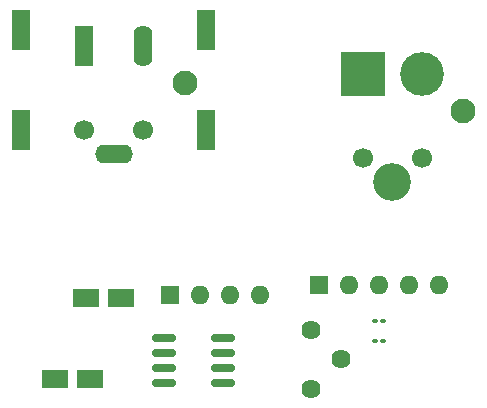
<source format=gbr>
%TF.GenerationSoftware,KiCad,Pcbnew,9.0.0*%
%TF.CreationDate,2025-03-20T16:07:02+05:30*%
%TF.ProjectId,demo-2,64656d6f-2d32-42e6-9b69-6361645f7063,rev?*%
%TF.SameCoordinates,Original*%
%TF.FileFunction,Soldermask,Top*%
%TF.FilePolarity,Negative*%
%FSLAX46Y46*%
G04 Gerber Fmt 4.6, Leading zero omitted, Abs format (unit mm)*
G04 Created by KiCad (PCBNEW 9.0.0) date 2025-03-20 16:07:02*
%MOMM*%
%LPD*%
G01*
G04 APERTURE LIST*
G04 Aperture macros list*
%AMRoundRect*
0 Rectangle with rounded corners*
0 $1 Rounding radius*
0 $2 $3 $4 $5 $6 $7 $8 $9 X,Y pos of 4 corners*
0 Add a 4 corners polygon primitive as box body*
4,1,4,$2,$3,$4,$5,$6,$7,$8,$9,$2,$3,0*
0 Add four circle primitives for the rounded corners*
1,1,$1+$1,$2,$3*
1,1,$1+$1,$4,$5*
1,1,$1+$1,$6,$7*
1,1,$1+$1,$8,$9*
0 Add four rect primitives between the rounded corners*
20,1,$1+$1,$2,$3,$4,$5,0*
20,1,$1+$1,$4,$5,$6,$7,0*
20,1,$1+$1,$6,$7,$8,$9,0*
20,1,$1+$1,$8,$9,$2,$3,0*%
G04 Aperture macros list end*
%ADD10R,2.200000X1.600000*%
%ADD11C,1.700000*%
%ADD12R,1.600000X3.500000*%
%ADD13O,1.600000X3.500000*%
%ADD14C,2.100000*%
%ADD15O,3.200000X1.600000*%
%ADD16RoundRect,0.100000X-0.130000X-0.100000X0.130000X-0.100000X0.130000X0.100000X-0.130000X0.100000X0*%
%ADD17R,3.700000X3.700000*%
%ADD18C,3.700000*%
%ADD19C,3.200000*%
%ADD20RoundRect,0.150000X-0.825000X-0.150000X0.825000X-0.150000X0.825000X0.150000X-0.825000X0.150000X0*%
%ADD21C,1.620000*%
%ADD22R,1.600000X1.600000*%
%ADD23O,1.600000X1.600000*%
G04 APERTURE END LIST*
D10*
%TO.C,C1*%
X124640000Y-89120000D03*
X127640000Y-89120000D03*
%TD*%
D11*
%TO.C,J2*%
X124500000Y-74937500D03*
X129500000Y-74937500D03*
D12*
X124500000Y-67787500D03*
D13*
X129500000Y-67787500D03*
D14*
X133000000Y-70937500D03*
D15*
X127000000Y-76937500D03*
D12*
X119150000Y-66437500D03*
X119150000Y-74937500D03*
X134850000Y-66437500D03*
X134850000Y-74937500D03*
%TD*%
D16*
%TO.C,D2*%
X149155000Y-91050000D03*
X149795000Y-91050000D03*
%TD*%
D11*
%TO.C,J1*%
X148090000Y-77300000D03*
X153090000Y-77300000D03*
D17*
X148090000Y-70150000D03*
D18*
X153090000Y-70150000D03*
D14*
X156590000Y-73300000D03*
D19*
X150590000Y-79300000D03*
%TD*%
D20*
%TO.C,U1*%
X131265000Y-92495000D03*
X131265000Y-93765000D03*
X131265000Y-95035000D03*
X131265000Y-96305000D03*
X136215000Y-96305000D03*
X136215000Y-95035000D03*
X136215000Y-93765000D03*
X136215000Y-92495000D03*
%TD*%
D21*
%TO.C,RV1*%
X143740000Y-91800000D03*
X146240000Y-94300000D03*
X143740000Y-96800000D03*
%TD*%
D10*
%TO.C,C2*%
X122000000Y-96000000D03*
X125000000Y-96000000D03*
%TD*%
D16*
%TO.C,D3*%
X149155000Y-92800000D03*
X149795000Y-92800000D03*
%TD*%
D22*
%TO.C,R1*%
X131740000Y-88870000D03*
D23*
X134280000Y-88870000D03*
X136820000Y-88870000D03*
X139360000Y-88870000D03*
%TD*%
D22*
%TO.C,R2*%
X144340000Y-88000000D03*
D23*
X146880000Y-88000000D03*
X149420000Y-88000000D03*
X151960000Y-88000000D03*
X154500000Y-88000000D03*
%TD*%
M02*

</source>
